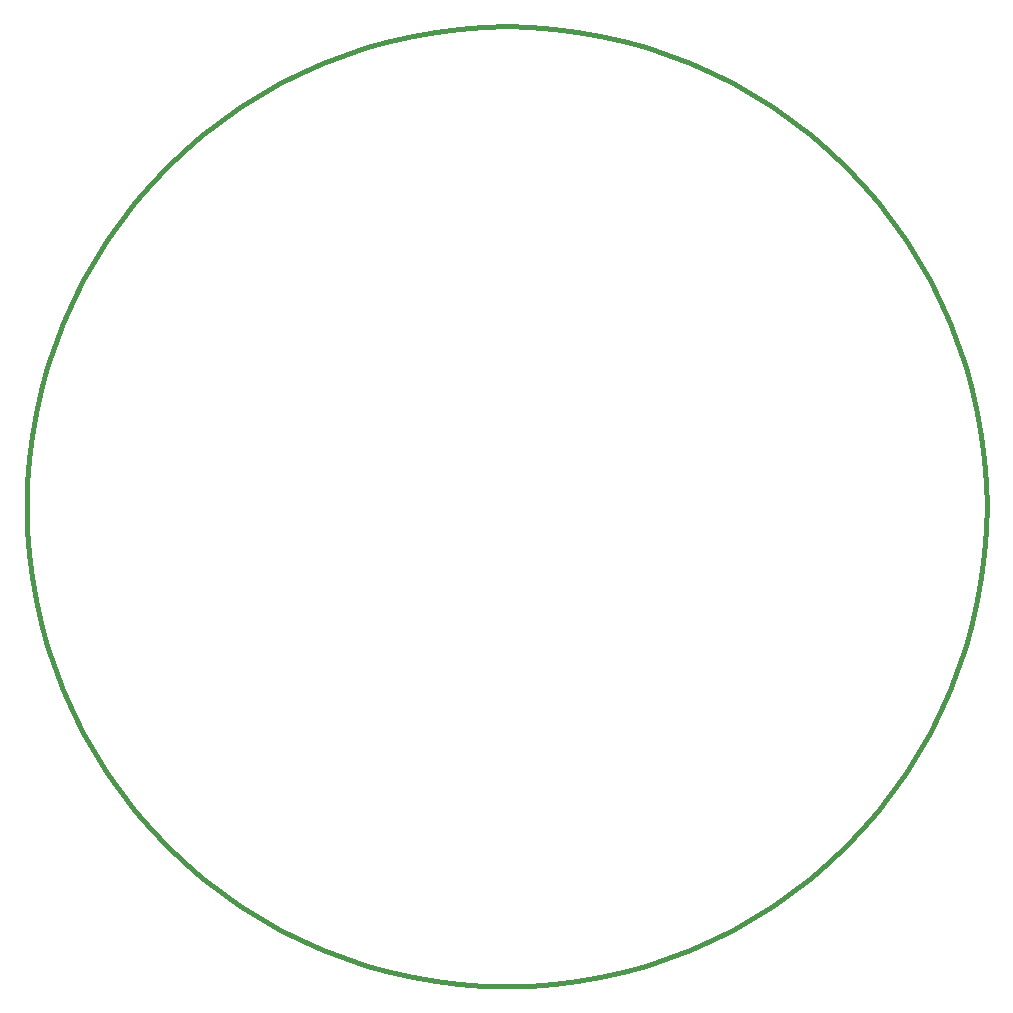
<source format=gm1>
G75*
G70*
%OFA0B0*%
%FSLAX24Y24*%
%IPPOS*%
%LPD*%
%AMOC8*
5,1,8,0,0,1.08239X$1,22.5*
%
%ADD10C,0.0160*%
D10*
X000190Y016183D02*
X000209Y016968D01*
X000267Y017751D01*
X000363Y018531D01*
X000497Y019304D01*
X000669Y020071D01*
X000879Y020828D01*
X001125Y021573D01*
X001408Y022306D01*
X001726Y023024D01*
X002079Y023725D01*
X002466Y024409D01*
X002886Y025072D01*
X003339Y025714D01*
X003822Y026333D01*
X004335Y026928D01*
X004876Y027497D01*
X005445Y028038D01*
X006040Y028551D01*
X006659Y029034D01*
X007301Y029487D01*
X007964Y029907D01*
X008648Y030294D01*
X009349Y030647D01*
X010067Y030965D01*
X010800Y031248D01*
X011545Y031494D01*
X012302Y031704D01*
X013069Y031876D01*
X013842Y032010D01*
X014622Y032106D01*
X015405Y032164D01*
X016190Y032183D01*
X016975Y032164D01*
X017758Y032106D01*
X018538Y032010D01*
X019311Y031876D01*
X020078Y031704D01*
X020835Y031494D01*
X021580Y031248D01*
X022313Y030965D01*
X023031Y030647D01*
X023732Y030294D01*
X024416Y029907D01*
X025079Y029487D01*
X025721Y029034D01*
X026340Y028551D01*
X026935Y028038D01*
X027504Y027497D01*
X028045Y026928D01*
X028558Y026333D01*
X029041Y025714D01*
X029494Y025072D01*
X029914Y024409D01*
X030301Y023725D01*
X030654Y023024D01*
X030972Y022306D01*
X031255Y021573D01*
X031501Y020828D01*
X031711Y020071D01*
X031883Y019304D01*
X032017Y018531D01*
X032113Y017751D01*
X032171Y016968D01*
X032190Y016183D01*
X032171Y015398D01*
X032113Y014615D01*
X032017Y013835D01*
X031883Y013062D01*
X031711Y012295D01*
X031501Y011538D01*
X031255Y010793D01*
X030972Y010060D01*
X030654Y009342D01*
X030301Y008641D01*
X029914Y007957D01*
X029494Y007294D01*
X029041Y006652D01*
X028558Y006033D01*
X028045Y005438D01*
X027504Y004869D01*
X026935Y004328D01*
X026340Y003815D01*
X025721Y003332D01*
X025079Y002879D01*
X024416Y002459D01*
X023732Y002072D01*
X023031Y001719D01*
X022313Y001401D01*
X021580Y001118D01*
X020835Y000872D01*
X020078Y000662D01*
X019311Y000490D01*
X018538Y000356D01*
X017758Y000260D01*
X016975Y000202D01*
X016190Y000183D01*
X015405Y000202D01*
X014622Y000260D01*
X013842Y000356D01*
X013069Y000490D01*
X012302Y000662D01*
X011545Y000872D01*
X010800Y001118D01*
X010067Y001401D01*
X009349Y001719D01*
X008648Y002072D01*
X007964Y002459D01*
X007301Y002879D01*
X006659Y003332D01*
X006040Y003815D01*
X005445Y004328D01*
X004876Y004869D01*
X004335Y005438D01*
X003822Y006033D01*
X003339Y006652D01*
X002886Y007294D01*
X002466Y007957D01*
X002079Y008641D01*
X001726Y009342D01*
X001408Y010060D01*
X001125Y010793D01*
X000879Y011538D01*
X000669Y012295D01*
X000497Y013062D01*
X000363Y013835D01*
X000267Y014615D01*
X000209Y015398D01*
X000190Y016183D01*
M02*

</source>
